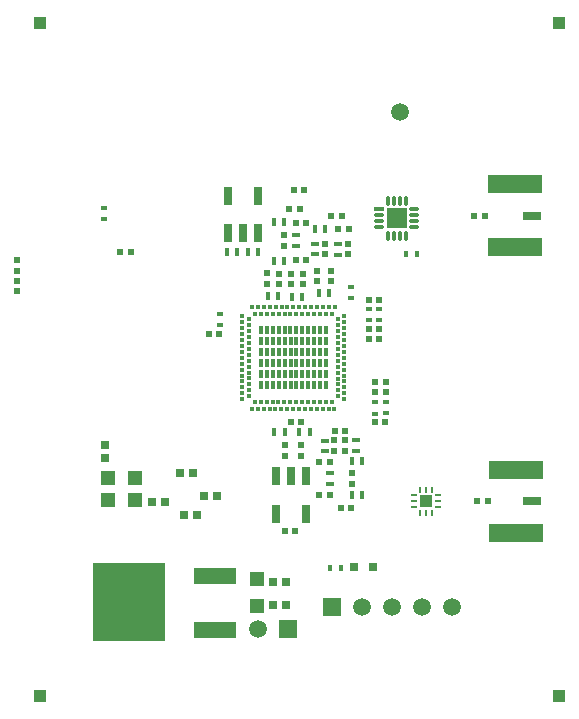
<source format=gtp>
%FSLAX34Y34*%
G04 Gerber Fmt 3.4, Leading zero omitted, Abs format*
G04 (created by PCBNEW (2013-10-29 BZR 4389)-product) date 1/27/2015 9:26:37 PM*
%MOIN*%
G01*
G70*
G90*
G04 APERTURE LIST*
%ADD10C,0.005906*%
%ADD11R,0.039200X0.039200*%
%ADD12R,0.047200X0.051000*%
%ADD13R,0.051000X0.047200*%
%ADD14R,0.019500X0.017500*%
%ADD15R,0.017500X0.019500*%
%ADD16R,0.025900X0.014000*%
%ADD17R,0.014000X0.025900*%
%ADD18R,0.027500X0.031400*%
%ADD19R,0.031400X0.027500*%
%ADD20R,0.019500X0.019500*%
%ADD21R,0.141700X0.055000*%
%ADD22R,0.244000X0.259800*%
%ADD23R,0.031400X0.031400*%
%ADD24R,0.184900X0.058900*%
%ADD25R,0.058900X0.027500*%
%ADD26R,0.059700X0.059700*%
%ADD27C,0.059700*%
%ADD28R,0.029900X0.064900*%
%ADD29R,0.066900X0.066900*%
%ADD30O,0.011700X0.033500*%
%ADD31O,0.012200X0.033500*%
%ADD32O,0.011800X0.033500*%
%ADD33O,0.033500X0.011800*%
%ADD34R,0.033500X0.011800*%
%ADD35O,0.033500X0.012200*%
%ADD36R,0.009843X0.021654*%
%ADD37R,0.021654X0.009843*%
%ADD38R,0.043307X0.043307*%
%ADD39R,0.011700X0.027500*%
%ADD40R,0.011700X0.011700*%
%ADD41R,0.011700X0.017700*%
%ADD42R,0.017700X0.011700*%
G04 APERTURE END LIST*
G54D10*
G54D11*
X49299Y-51303D03*
X49299Y-51303D03*
X66622Y-51303D03*
X66622Y-51303D03*
X66621Y-28862D03*
X66621Y-28862D03*
G54D12*
X56532Y-48310D03*
X56532Y-47406D03*
G54D13*
X51568Y-44036D03*
X52472Y-44036D03*
X51568Y-44772D03*
X52472Y-44772D03*
G54D14*
X51445Y-35036D03*
X51445Y-35406D03*
G54D15*
X61870Y-36559D03*
X61500Y-36559D03*
G54D14*
X60461Y-41890D03*
X60461Y-41520D03*
X55299Y-38559D03*
X55299Y-38929D03*
X60827Y-41504D03*
X60827Y-41874D03*
X60618Y-38784D03*
X60618Y-38414D03*
X60264Y-38402D03*
X60264Y-38772D03*
X59665Y-38024D03*
X59665Y-37654D03*
G54D16*
X58799Y-43133D03*
X58799Y-42793D03*
X57825Y-35952D03*
X57825Y-36292D03*
X59843Y-43123D03*
X59843Y-42783D03*
G54D17*
X58800Y-35740D03*
X58460Y-35740D03*
X57442Y-36787D03*
X57102Y-36787D03*
G54D16*
X58472Y-36568D03*
X58472Y-36228D03*
G54D17*
X57434Y-35512D03*
X57094Y-35512D03*
X58957Y-37870D03*
X58617Y-37870D03*
G54D16*
X59252Y-36247D03*
X59252Y-36587D03*
G54D17*
X58296Y-42520D03*
X57956Y-42520D03*
X57123Y-42500D03*
X57463Y-42500D03*
X59692Y-44606D03*
X60032Y-44606D03*
G54D16*
X58976Y-44225D03*
X58976Y-43885D03*
G54D17*
X59692Y-43484D03*
X60032Y-43484D03*
X57237Y-37984D03*
X56897Y-37984D03*
X56568Y-36500D03*
X56228Y-36500D03*
X55550Y-36496D03*
X55890Y-36496D03*
X58044Y-37992D03*
X57704Y-37992D03*
G54D18*
X57078Y-47500D03*
X57508Y-47500D03*
X57088Y-48284D03*
X57518Y-48284D03*
X54542Y-45276D03*
X54112Y-45276D03*
G54D19*
X51469Y-43372D03*
X51469Y-42943D03*
G54D18*
X53057Y-44851D03*
X53487Y-44851D03*
X55215Y-44638D03*
X54785Y-44638D03*
X53990Y-43882D03*
X54420Y-43882D03*
G54D20*
X59016Y-35305D03*
X59370Y-35305D03*
X59327Y-45031D03*
X59681Y-45031D03*
X58976Y-44606D03*
X58622Y-44606D03*
X59693Y-43878D03*
X59693Y-44232D03*
X58976Y-43504D03*
X58622Y-43504D03*
X59124Y-42776D03*
X59124Y-43130D03*
X59488Y-42776D03*
X59488Y-43130D03*
X59130Y-42477D03*
X59484Y-42477D03*
X59577Y-36584D03*
X59577Y-36230D03*
X57469Y-45799D03*
X57823Y-45799D03*
X57622Y-35059D03*
X57976Y-35059D03*
X58004Y-42933D03*
X58004Y-43287D03*
X57461Y-42933D03*
X57461Y-43287D03*
X57667Y-42165D03*
X58021Y-42165D03*
X59012Y-37480D03*
X59012Y-37126D03*
X59248Y-35744D03*
X59602Y-35744D03*
X58799Y-36575D03*
X58799Y-36221D03*
X57441Y-36289D03*
X57441Y-35935D03*
X51976Y-36496D03*
X52330Y-36496D03*
X57825Y-35522D03*
X58179Y-35522D03*
X58071Y-37579D03*
X58071Y-37225D03*
X57677Y-37579D03*
X57677Y-37225D03*
X57260Y-37575D03*
X57260Y-37221D03*
X57825Y-36781D03*
X58179Y-36781D03*
X57764Y-34433D03*
X58118Y-34433D03*
X56874Y-37567D03*
X56874Y-37213D03*
X58547Y-37480D03*
X58547Y-37126D03*
X63775Y-35299D03*
X64129Y-35299D03*
X48532Y-37130D03*
X48532Y-36776D03*
X48532Y-37457D03*
X48532Y-37811D03*
X60264Y-38110D03*
X60618Y-38110D03*
X60268Y-39083D03*
X60622Y-39083D03*
X60264Y-39406D03*
X60618Y-39406D03*
X60473Y-40831D03*
X60827Y-40831D03*
X60461Y-42173D03*
X60815Y-42173D03*
X55283Y-39252D03*
X54929Y-39252D03*
X60481Y-41173D03*
X60835Y-41173D03*
G54D21*
X55145Y-49107D03*
G54D22*
X52271Y-48173D03*
G54D21*
X55145Y-47309D03*
G54D15*
X59347Y-47051D03*
X58977Y-47051D03*
G54D23*
X60421Y-46992D03*
X59791Y-46992D03*
G54D11*
X49299Y-28862D03*
X49299Y-28862D03*
G54D24*
X65161Y-43763D03*
X65161Y-45867D03*
G54D25*
X65711Y-44815D03*
G54D24*
X65145Y-34246D03*
X65145Y-36350D03*
G54D25*
X65695Y-35298D03*
G54D26*
X57576Y-49079D03*
G54D27*
X56576Y-49079D03*
G54D28*
X57164Y-43981D03*
X57664Y-43981D03*
X58164Y-43981D03*
X58164Y-45232D03*
X57164Y-45232D03*
G54D29*
X61200Y-35379D03*
G54D30*
X61298Y-34799D03*
G54D31*
X61102Y-34799D03*
G54D30*
X60905Y-34799D03*
G54D31*
X61495Y-34799D03*
X61102Y-35959D03*
G54D32*
X60905Y-35960D03*
X61298Y-35960D03*
X61495Y-35960D03*
G54D33*
X60619Y-35281D03*
G54D34*
X60619Y-35084D03*
G54D33*
X60619Y-35477D03*
X60619Y-35674D03*
G54D35*
X61780Y-35281D03*
G54D33*
X61781Y-35084D03*
X61781Y-35477D03*
X61781Y-35674D03*
G54D28*
X56579Y-35874D03*
X56079Y-35874D03*
X55579Y-35874D03*
X55579Y-34623D03*
X56579Y-34623D03*
G54D27*
X61314Y-31834D03*
X63043Y-48350D03*
X62043Y-48350D03*
X61043Y-48350D03*
G54D26*
X59043Y-48330D03*
G54D27*
X60043Y-48350D03*
G54D36*
X62185Y-45208D03*
X61988Y-45208D03*
X62381Y-45208D03*
X62381Y-44421D03*
X62185Y-44421D03*
X61988Y-44421D03*
G54D37*
X61791Y-45011D03*
X61791Y-44814D03*
X61791Y-44618D03*
X62578Y-44814D03*
X62578Y-44618D03*
X62578Y-45011D03*
G54D38*
X62185Y-44814D03*
G54D20*
X63882Y-44814D03*
X64236Y-44814D03*
G54D39*
X58242Y-40948D03*
X58242Y-40580D03*
X58242Y-40216D03*
X58242Y-39845D03*
X58242Y-39480D03*
X58242Y-39113D03*
X58437Y-39113D03*
X58439Y-39480D03*
X58439Y-39845D03*
X58439Y-40216D03*
X58439Y-40580D03*
X58439Y-40948D03*
X58827Y-40948D03*
X58827Y-40580D03*
X58827Y-40216D03*
X58827Y-39845D03*
X58827Y-39480D03*
X58827Y-39113D03*
X58630Y-39113D03*
X58630Y-39480D03*
X58630Y-39845D03*
X58630Y-40216D03*
X58630Y-40580D03*
X58630Y-40948D03*
X57462Y-40948D03*
X57462Y-40580D03*
X57462Y-40216D03*
X57462Y-39845D03*
X57462Y-39480D03*
X57462Y-39113D03*
X57657Y-39113D03*
X57659Y-39480D03*
X57659Y-39845D03*
X57659Y-40216D03*
X57659Y-40580D03*
X57659Y-40948D03*
X58047Y-40948D03*
X58047Y-40580D03*
X58047Y-40216D03*
X58047Y-39845D03*
X58047Y-39480D03*
X58047Y-39113D03*
X57850Y-39113D03*
X57850Y-39480D03*
X57850Y-39845D03*
X57850Y-40216D03*
X57850Y-40580D03*
X57850Y-40948D03*
X57067Y-40948D03*
X57067Y-40580D03*
X57067Y-40216D03*
X57067Y-39845D03*
X57067Y-39480D03*
X57067Y-39113D03*
X57264Y-39113D03*
X57265Y-39480D03*
X57265Y-39845D03*
X57265Y-40216D03*
X57265Y-40580D03*
X57265Y-40948D03*
X56875Y-40948D03*
X56875Y-40580D03*
X56875Y-40216D03*
X56875Y-39845D03*
X56875Y-39480D03*
X56875Y-39113D03*
G54D40*
X58836Y-38554D03*
X59033Y-38554D03*
X58638Y-38554D03*
X58441Y-38554D03*
X58245Y-38554D03*
X58048Y-38554D03*
X57851Y-38554D03*
X57655Y-38554D03*
X57458Y-38554D03*
X57260Y-38554D03*
X57063Y-38554D03*
X56866Y-38554D03*
X56671Y-38554D03*
G54D41*
X59130Y-38330D03*
X58933Y-38330D03*
X58738Y-38330D03*
X58541Y-38330D03*
X58343Y-38330D03*
X58146Y-38330D03*
X57950Y-38330D03*
X57753Y-38330D03*
X57556Y-38330D03*
X57360Y-38330D03*
X57163Y-38330D03*
X56966Y-38330D03*
X56768Y-38330D03*
X56571Y-38330D03*
G54D40*
X56473Y-38554D03*
G54D42*
X59453Y-38653D03*
G54D40*
X59228Y-38753D03*
G54D42*
X59453Y-38852D03*
X59453Y-39048D03*
X59453Y-39245D03*
X59453Y-39442D03*
X59453Y-39638D03*
X59451Y-39835D03*
X59453Y-40032D03*
X59453Y-40228D03*
X59453Y-40427D03*
X59453Y-40622D03*
X59453Y-40820D03*
X59453Y-41017D03*
X59453Y-41212D03*
X59453Y-41400D03*
G54D40*
X59228Y-38950D03*
X59228Y-39145D03*
X59228Y-39343D03*
X59228Y-39540D03*
X59228Y-39737D03*
X59228Y-39933D03*
X59228Y-40132D03*
X59228Y-40327D03*
X59228Y-40523D03*
X59228Y-40722D03*
X59228Y-40918D03*
X59228Y-41312D03*
X59228Y-41115D03*
X58830Y-41505D03*
X59026Y-41505D03*
X58633Y-41505D03*
X58436Y-41505D03*
X58238Y-41505D03*
X58043Y-41505D03*
X57846Y-41505D03*
X57648Y-41505D03*
X57451Y-41505D03*
X57255Y-41505D03*
X57058Y-41505D03*
X56860Y-41505D03*
X56665Y-41505D03*
G54D41*
X59123Y-41730D03*
X58926Y-41730D03*
X58731Y-41730D03*
X58535Y-41730D03*
X58338Y-41730D03*
X58141Y-41730D03*
X57943Y-41730D03*
X57746Y-41730D03*
X57550Y-41729D03*
X57353Y-41730D03*
X57156Y-41730D03*
X56960Y-41730D03*
X56763Y-41730D03*
X56566Y-41730D03*
G54D40*
X56468Y-41505D03*
G54D41*
X56368Y-41730D03*
X56374Y-38330D03*
G54D42*
X56051Y-38652D03*
G54D40*
X56276Y-38751D03*
G54D42*
X56051Y-38849D03*
X56051Y-39046D03*
X56051Y-39243D03*
X56051Y-39440D03*
X56051Y-39637D03*
X56051Y-39833D03*
X56051Y-40030D03*
X56051Y-40227D03*
X56051Y-40424D03*
X56051Y-40621D03*
X56051Y-40818D03*
X56051Y-41015D03*
X56051Y-41210D03*
X56051Y-41407D03*
G54D40*
X56276Y-38948D03*
X56276Y-39144D03*
X56276Y-39341D03*
X56276Y-39538D03*
X56276Y-39735D03*
X56276Y-39932D03*
X56276Y-40129D03*
X56276Y-40326D03*
X56276Y-40522D03*
X56276Y-40719D03*
X56276Y-40916D03*
X56276Y-41310D03*
X56276Y-41113D03*
G54D39*
X56679Y-39113D03*
X56679Y-39480D03*
X56679Y-39845D03*
X56679Y-40216D03*
X56679Y-40580D03*
X56679Y-40948D03*
M02*

</source>
